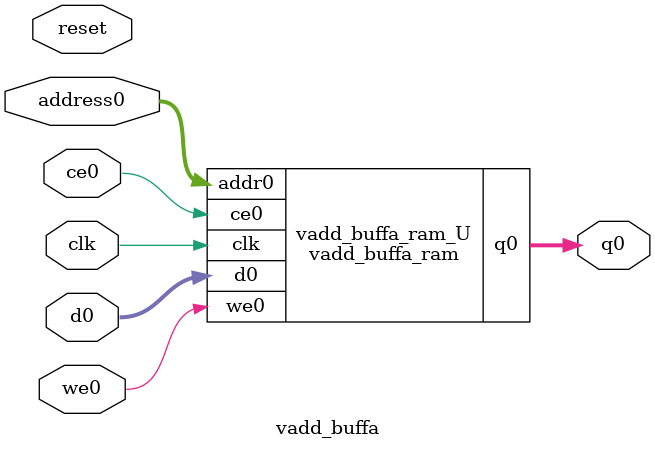
<source format=v>
`timescale 1 ns / 1 ps
module vadd_buffa_ram (addr0, ce0, d0, we0, q0,  clk);

parameter DWIDTH = 32;
parameter AWIDTH = 4;
parameter MEM_SIZE = 10;

input[AWIDTH-1:0] addr0;
input ce0;
input[DWIDTH-1:0] d0;
input we0;
output reg[DWIDTH-1:0] q0;
input clk;

reg [DWIDTH-1:0] ram[0:MEM_SIZE-1];




always @(posedge clk)  
begin 
    if (ce0) begin
        if (we0) 
            ram[addr0] <= d0; 
        q0 <= ram[addr0];
    end
end


endmodule

`timescale 1 ns / 1 ps
module vadd_buffa(
    reset,
    clk,
    address0,
    ce0,
    we0,
    d0,
    q0);

parameter DataWidth = 32'd32;
parameter AddressRange = 32'd10;
parameter AddressWidth = 32'd4;
input reset;
input clk;
input[AddressWidth - 1:0] address0;
input ce0;
input we0;
input[DataWidth - 1:0] d0;
output[DataWidth - 1:0] q0;



vadd_buffa_ram vadd_buffa_ram_U(
    .clk( clk ),
    .addr0( address0 ),
    .ce0( ce0 ),
    .we0( we0 ),
    .d0( d0 ),
    .q0( q0 ));

endmodule


</source>
